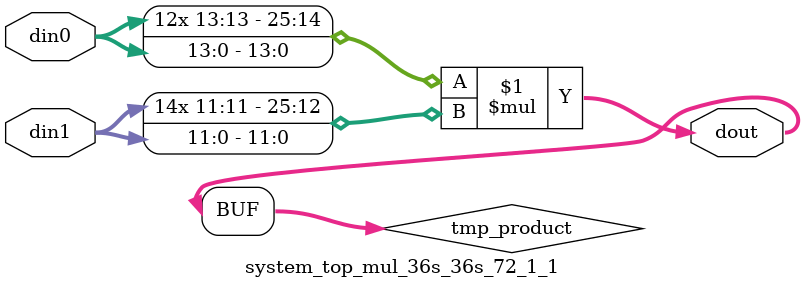
<source format=v>

`timescale 1 ns / 1 ps

 module system_top_mul_36s_36s_72_1_1(din0, din1, dout);
parameter ID = 1;
parameter NUM_STAGE = 0;
parameter din0_WIDTH = 14;
parameter din1_WIDTH = 12;
parameter dout_WIDTH = 26;

input [din0_WIDTH - 1 : 0] din0; 
input [din1_WIDTH - 1 : 0] din1; 
output [dout_WIDTH - 1 : 0] dout;

wire signed [dout_WIDTH - 1 : 0] tmp_product;



























assign tmp_product = $signed(din0) * $signed(din1);








assign dout = tmp_product;





















endmodule

</source>
